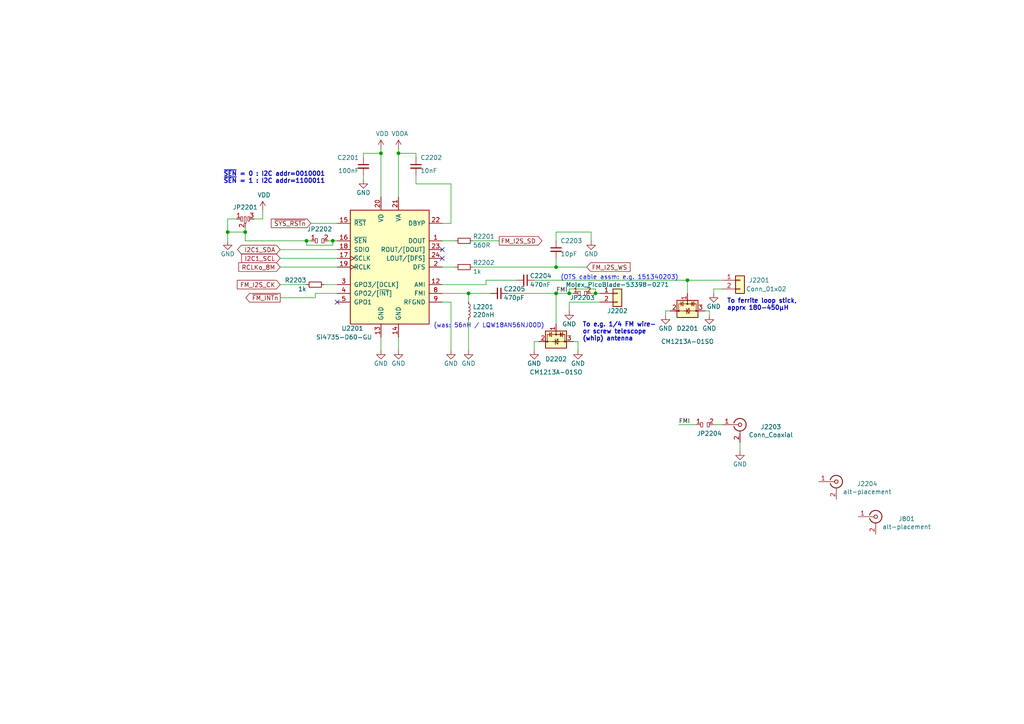
<source format=kicad_sch>
(kicad_sch (version 20231120) (generator "eeschema") (generator_version "8.0")
  (paper "A4")
  (title_block (title "FM radio receiver") (date "2020-11-04") (rev "R0.1") (company "SolderingStationGroup : Jonny Svärd / Mathias Johansson / Magnus Thulesius"))
  (lib_symbols
    (symbol "Connector:Conn_Coaxial" (pin_names (offset 1.016) hide)
      (property "Reference" "J" (at 0.254 3.048 0))
      (property "Value" "Conn_Coaxial" (at 2.921 0 90))
      (symbol "Conn_Coaxial_0_1"
        (arc (start -1.778 -0.508) (mid 0.222 -1.808) (end 1.778 0) (stroke (width 0.254)))
        (polyline (pts (xy -2.54 0) (xy -0.508 0)))
        (polyline (pts (xy 0 -2.54) (xy 0 -1.778)))
        (circle (center 0 0) (radius 0.508) (stroke (width 0.2032)))
        (arc (start 1.778 0) (mid 0.222 1.8083) (end -1.778 0.508) (stroke (width 0.254)))
      )
      (symbol "Conn_Coaxial_1_1"
        (pin passive line (at -5.08 0 0) (length 2.54) (name "In") (number "1"))
        (pin passive line (at 0 -5.08 90) (length 2.54) (name "Ext") (number "2"))
      )
    )
    (symbol "Connector_Generic:Conn_01x02" (pin_names (offset 1.016) hide)
      (property "Reference" "J" (at 0 2.54 0))
      (property "Value" "Conn_01x02" (at 0 -5.08 0))
      (symbol "Conn_01x02_1_1"
        (rectangle (start -1.27 -2.413) (end 0 -2.667) (stroke (width 0.1524)))
        (rectangle (start -1.27 0.127) (end 0 -0.127) (stroke (width 0.1524)))
        (rectangle (start -1.27 1.27) (end 1.27 -3.81) (stroke (width 0.254)) (fill (type background)))
        (pin passive line (at -5.08 0 0) (length 3.81) (name "Pin_1") (number "1"))
        (pin passive line (at -5.08 -2.54 0) (length 3.81) (name "Pin_2") (number "2"))
      )
    )
    (symbol "Device:C_Small" (pin_numbers hide) (pin_names (offset 0.254) hide)
      (property "Reference" "C" (at 0.254 1.778 0))
      (property "Value" "C_Small" (at 0.254 -2.032 0))
      (symbol "C_Small_0_1"
        (polyline (pts (xy -1.524 -0.508) (xy 1.524 -0.508)) (stroke (width 0.3302)))
        (polyline (pts (xy -1.524 0.508) (xy 1.524 0.508)) (stroke (width 0.3048)))
      )
      (symbol "C_Small_1_1"
        (pin passive line (at 0 2.54 270) (length 2.032) (name "~") (number "1"))
        (pin passive line (at 0 -2.54 90) (length 2.032) (name "~") (number "2"))
      )
    )
    (symbol "Device:L_Small" (pin_numbers hide) (pin_names (offset 0.254) hide)
      (property "Reference" "L" (at 0.762 1.016 0))
      (property "Value" "L_Small" (at 0.762 -1.016 0))
      (symbol "L_Small_0_1"
        (arc (start 0 -2.032) (mid 0.5058 -1.524) (end 0 -1.016))
        (arc (start 0 -1.016) (mid 0.5058 -0.508) (end 0 0))
        (arc (start 0 0) (mid 0.5058 0.508) (end 0 1.016))
        (arc (start 0 1.016) (mid 0.5058 1.524) (end 0 2.032))
      )
      (symbol "L_Small_1_1"
        (pin passive line (at 0 2.54 270) (length 0.508) (name "~") (number "1"))
        (pin passive line (at 0 -2.54 90) (length 0.508) (name "~") (number "2"))
      )
    )
    (symbol "Device:R_Small" (pin_numbers hide) (pin_names (offset 0.254) hide)
      (property "Reference" "R" (at 0.762 0.508 0))
      (property "Value" "R_Small" (at 0.762 -1.016 0))
      (symbol "R_Small_0_1"
        (rectangle (start -0.762 1.778) (end 0.762 -1.778) (stroke (width 0.2032)))
      )
      (symbol "R_Small_1_1"
        (pin passive line (at 0 2.54 270) (length 0.762) (name "~") (number "1"))
        (pin passive line (at 0 -2.54 90) (length 0.762) (name "~") (number "2"))
      )
    )
    (symbol "Power_Protection:CM1213A-01SO" (pin_names hide)
      (property "Reference" "D" (at 0 5.08 0))
      (property "Value" "CM1213A-01SO" (at 0 3.175 0))
      (symbol "CM1213A-01SO_0_1"
        (rectangle (start -3.048 -3.048) (end 3.048 1.905) (stroke (width 0.254)) (fill (type background)))
        (circle (center -2.54 0) (radius 0.2032) (fill (type outline)))
        (circle (center 0 -2.032) (radius 0.2032) (fill (type outline)))
        (polyline (pts (xy -2.54 -2.032) (xy -2.54 0)))
        (polyline (pts (xy -1.905 -2.667) (xy -1.905 -1.397)))
        (polyline (pts (xy -1.016 0) (xy -3.81 0)))
        (polyline (pts (xy -0.635 -2.032) (xy -2.54 -2.032)))
        (polyline (pts (xy -0.635 -2.032) (xy 0.635 -2.032)))
        (polyline (pts (xy -0.254 -0.762) (xy -0.254 0.762)))
        (polyline (pts (xy -0.254 0.762) (xy -0.254 0.762)))
        (polyline (pts (xy 0 -2.54) (xy 0 -2.032)))
        (polyline (pts (xy 0 0.762) (xy -0.254 0.762)))
        (polyline (pts (xy 0.889 0) (xy -1.016 0)))
        (polyline (pts (xy 0.889 0) (xy -1.016 0)))
        (polyline (pts (xy 0.889 0) (xy 2.54 0)))
        (polyline (pts (xy 1.27 -2.667) (xy 1.27 -1.397)))
        (polyline (pts (xy 1.27 -2.667) (xy 1.27 -1.397)))
        (polyline (pts (xy 2.54 -2.032) (xy 0.635 -2.032)))
        (polyline (pts (xy 2.54 -2.032) (xy 0.635 -2.032)))
        (polyline (pts (xy 2.54 -2.032) (xy 2.54 0)))
        (polyline (pts (xy -1.27 -2.667) (xy -1.27 -1.397) (xy -1.905 -2.032) (xy -1.27 -2.667)))
        (polyline (pts (xy 0.508 -0.762) (xy 0.508 0.762) (xy -0.254 0) (xy 0.508 -0.762)))
        (polyline (pts (xy 0.508 -0.762) (xy 0.508 0.762) (xy -0.254 0) (xy 0.508 -0.762)))
        (polyline (pts (xy 1.905 -2.667) (xy 1.905 -1.397) (xy 1.27 -2.032) (xy 1.905 -2.667)))
        (circle (center 2.54 0) (radius 0.2032) (fill (type outline)))
      )
      (symbol "CM1213A-01SO_1_1"
        (pin passive line (at 0 -5.08 90) (length 2.54) (name "CH1") (number "1"))
        (pin passive line (at -5.08 0 0) (length 2.54) (name "VP") (number "2"))
        (pin passive line (at 5.08 0 180) (length 2.54) (name "VN") (number "3"))
      )
    )
    (symbol "RF_AM_FM:Si4735-D60-GU" (pin_names (offset 1.016))
      (property "Reference" "U" (at -5.08 19.685 0))
      (property "Value" "Si4735-D60-GU" (at -5.08 17.78 0))
      (symbol "Si4735-D60-GU_0_1"
        (rectangle (start 11.43 16.51) (end -11.43 -16.51) (stroke (width 0.254)) (fill (type background)))
      )
      (symbol "Si4735-D60-GU_1_1"
        (pin output line (at 15.24 7.62 180) (length 3.81) (name "DOUT") (number "1"))
        (pin no_connect line (at -5.08 -20.32 90) (length 3.81) hide (name "NC") (number "10"))
        (pin no_connect line (at 5.08 -20.32 90) (length 3.81) hide (name "NC") (number "11"))
        (pin input line (at 15.24 -5.08 180) (length 3.81) (name "AMI") (number "12"))
        (pin power_in line (at -2.54 -20.32 90) (length 3.81) (name "GND") (number "13"))
        (pin power_in line (at 2.54 -20.32 90) (length 3.81) (name "GND") (number "14"))
        (pin input line (at -15.24 12.7 0) (length 3.81) (name "~{RST}") (number "15"))
        (pin input line (at -15.24 7.62 0) (length 3.81) (name "~{SEN}") (number "16"))
        (pin input clock (at -15.24 2.54 0) (length 3.81) (name "SCLK") (number "17"))
        (pin bidirectional line (at -15.24 5.08 0) (length 3.81) (name "SDIO") (number "18"))
        (pin input clock (at -15.24 0 0) (length 3.81) (name "RCLK") (number "19"))
        (pin input line (at 15.24 0 180) (length 3.81) (name "DFS") (number "2"))
        (pin power_in line (at -2.54 20.32 270) (length 3.81) (name "VD") (number "20"))
        (pin power_in line (at 2.54 20.32 270) (length 3.81) (name "VA") (number "21"))
        (pin passive line (at 15.24 12.7 180) (length 3.81) (name "DBYP") (number "22"))
        (pin output line (at 15.24 5.08 180) (length 3.81) (name "ROUT/[DOUT]") (number "23"))
        (pin bidirectional line (at 15.24 2.54 180) (length 3.81) (name "LOUT/[DFS]") (number "24"))
        (pin bidirectional line (at -15.24 -5.08 0) (length 3.81) (name "GPO3/[DCLK]") (number "3"))
        (pin output line (at -15.24 -7.62 0) (length 3.81) (name "GPO2/[~{INT}]") (number "4"))
        (pin output line (at -15.24 -10.16 0) (length 3.81) (name "GPO1") (number "5"))
        (pin no_connect line (at -15.24 -12.7 0) (length 3.81) hide (name "NC") (number "6"))
        (pin no_connect line (at 15.24 -12.7 180) (length 3.81) hide (name "NC") (number "7"))
        (pin input line (at 15.24 -7.62 180) (length 3.81) (name "FMI") (number "8"))
        (pin power_in line (at 15.24 -10.16 180) (length 3.81) (name "RFGND") (number "9"))
      )
    )
    (symbol "customlib_mj:dogbone_2_ud" (pin_names (offset 1.016))
      (property "Reference" "JP" (at 0 -1.905 0))
      (symbol "dogbone_2_ud_0_1"
        (rectangle (start -1.27 0.635) (end -0.635 -0.635))
        (rectangle (start 1.27 0.635) (end 0.635 -0.635))
      )
      (symbol "dogbone_2_ud_1_1"
        (pin passive line (at -2.54 0 0) (length 1.27) (name "~") (number "1"))
        (pin passive line (at 2.54 0 180) (length 1.27) (name "~") (number "2"))
      )
    )
    (symbol "customlib_mj:dogbone_3_ud" (pin_names (offset 1.016))
      (property "Reference" "JP" (at 0 1.905 0))
      (symbol "dogbone_3_ud_0_1"
        (rectangle (start -1.27 0.635) (end -0.762 -0.635))
        (rectangle (start -0.254 0.635) (end 0.254 -1.27))
        (rectangle (start 1.27 0.635) (end 0.762 -0.635))
      )
      (symbol "dogbone_3_ud_1_1"
        (pin passive line (at -2.54 0 0) (length 1.27) (name "~") (number "1"))
        (pin passive line (at 0 -2.54 90) (length 1.27) (name "~") (number "2"))
        (pin passive line (at 2.54 0 180) (length 1.27) (name "~") (number "3"))
      )
    )
    (symbol "power:GND" (power) (pin_names (offset 0))
      (property "Value" "GND" (at 0 -3.81 0))
      (symbol "GND_0_1"
        (polyline (pts (xy 0 0) (xy 0 -1.27) (xy 1.27 -1.27) (xy 0 -2.54) (xy -1.27 -1.27) (xy 0 -1.27)))
      )
      (symbol "GND_1_1"
        (pin power_in line (at 0 0 270) (length 0) hide (name "GND") (number "1"))
      )
    )
    (symbol "power:VDD" (power) (pin_names (offset 0))
      (property "Value" "VDD" (at 0 3.81 0))
      (symbol "VDD_0_1"
        (polyline (pts (xy -0.762 1.27) (xy 0 2.54)))
        (polyline (pts (xy 0 0) (xy 0 2.54)))
        (polyline (pts (xy 0 2.54) (xy 0.762 1.27)))
      )
      (symbol "VDD_1_1"
        (pin power_in line (at 0 0 90) (length 0) hide (name "VDD") (number "1"))
      )
    )
    (symbol "power:VDDA" (power) (pin_names (offset 0))
      (property "Value" "VDDA" (at 0 3.81 0))
      (symbol "VDDA_0_1"
        (polyline (pts (xy -0.762 1.27) (xy 0 2.54)))
        (polyline (pts (xy 0 0) (xy 0 2.54)))
        (polyline (pts (xy 0 2.54) (xy 0.762 1.27)))
      )
      (symbol "VDDA_1_1"
        (pin power_in line (at 0 0 90) (length 0) hide (name "VDDA") (number "1"))
      )
    )
  )
  (junction (at 66.04 67.31))
  (junction (at 71.12 67.31))
  (junction (at 135.89 85.09))
  (junction (at 161.29 77.47))
  (junction (at 161.29 85.09))
  (junction (at 172.72 85.09))
  (junction (at 199.39 81.28))
  (junction (at 96.52 69.85))
  (junction (at 88.9 69.85))
  (junction (at 115.57 44.45))
  (junction (at 165.1 85.09))
  (junction (at 110.49 44.45))
  (no_connect (at 97.79 87.63))
  (no_connect (at 128.27 74.93))
  (no_connect (at 128.27 72.39))
  (wire (pts (xy 71.12 67.31) (xy 71.12 66.04)))
  (wire (pts (xy 96.52 71.12) (xy 96.52 69.85)))
  (wire (pts (xy 120.65 44.45) (xy 120.65 45.72)))
  (wire (pts (xy 128.27 69.85) (xy 132.08 69.85)))
  (wire (pts (xy 205.74 90.17) (xy 204.47 90.17)))
  (wire (pts (xy 161.29 69.85) (xy 161.29 67.31)))
  (wire (pts (xy 88.9 69.85) (xy 88.9 71.12)))
  (wire (pts (xy 154.94 101.6) (xy 154.94 99.06)))
  (wire (pts (xy 110.49 101.6) (xy 110.49 97.79)))
  (wire (pts (xy 201.93 123.19) (xy 196.85 123.19)))
  (wire (pts (xy 214.63 130.81) (xy 214.63 128.27)))
  (wire (pts (xy 172.72 85.09) (xy 173.99 85.09)))
  (wire (pts (xy 128.27 85.09) (xy 135.89 85.09)))
  (wire (pts (xy 161.29 85.09) (xy 147.32 85.09)))
  (wire (pts (xy 97.79 85.09) (xy 91.44 85.09)))
  (wire (pts (xy 165.1 83.82) (xy 172.72 83.82)))
  (wire (pts (xy 91.44 85.09) (xy 91.44 86.36)))
  (wire (pts (xy 90.17 64.77) (xy 97.79 64.77)))
  (wire (pts (xy 130.81 64.77) (xy 128.27 64.77)))
  (wire (pts (xy 115.57 43.18) (xy 115.57 44.45)))
  (wire (pts (xy 91.44 86.36) (xy 81.28 86.36)))
  (wire (pts (xy 165.1 87.63) (xy 165.1 90.17)))
  (wire (pts (xy 110.49 43.18) (xy 110.49 44.45)))
  (wire (pts (xy 137.16 69.85) (xy 144.78 69.85)))
  (wire (pts (xy 130.81 87.63) (xy 128.27 87.63)))
  (wire (pts (xy 154.94 99.06) (xy 156.21 99.06)))
  (wire (pts (xy 167.64 99.06) (xy 166.37 99.06)))
  (wire (pts (xy 81.28 74.93) (xy 97.79 74.93)))
  (wire (pts (xy 130.81 101.6) (xy 130.81 87.63)))
  (wire (pts (xy 105.41 52.07) (xy 105.41 50.8)))
  (wire (pts (xy 161.29 77.47) (xy 170.18 77.47)))
  (wire (pts (xy 76.2 63.5) (xy 76.2 60.96)))
  (wire (pts (xy 173.99 87.63) (xy 165.1 87.63)))
  (wire (pts (xy 88.9 69.85) (xy 71.12 69.85)))
  (wire (pts (xy 135.89 85.09) (xy 142.24 85.09)))
  (wire (pts (xy 97.79 69.85) (xy 96.52 69.85)))
  (wire (pts (xy 90.17 69.85) (xy 88.9 69.85)))
  (wire (pts (xy 115.57 44.45) (xy 115.57 57.15)))
  (wire (pts (xy 161.29 67.31) (xy 171.45 67.31)))
  (wire (pts (xy 81.28 72.39) (xy 97.79 72.39)))
  (wire (pts (xy 88.9 71.12) (xy 96.52 71.12)))
  (wire (pts (xy 193.04 90.17) (xy 194.31 90.17)))
  (wire (pts (xy 66.04 67.31) (xy 71.12 67.31)))
  (wire (pts (xy 105.41 45.72) (xy 105.41 44.45)))
  (wire (pts (xy 73.66 63.5) (xy 76.2 63.5)))
  (wire (pts (xy 207.01 83.82) (xy 209.55 83.82)))
  (wire (pts (xy 171.45 85.09) (xy 172.72 85.09)))
  (wire (pts (xy 199.39 81.28) (xy 209.55 81.28)))
  (wire (pts (xy 115.57 101.6) (xy 115.57 97.79)))
  (wire (pts (xy 193.04 91.44) (xy 193.04 90.17)))
  (wire (pts (xy 207.01 85.09) (xy 207.01 83.82)))
  (wire (pts (xy 81.28 77.47) (xy 97.79 77.47)))
  (wire (pts (xy 154.94 81.28) (xy 199.39 81.28)))
  (wire (pts (xy 140.97 81.28) (xy 140.97 82.55)))
  (wire (pts (xy 135.89 101.6) (xy 135.89 92.71)))
  (wire (pts (xy 161.29 74.93) (xy 161.29 77.47)))
  (wire (pts (xy 165.1 85.09) (xy 165.1 83.82)))
  (wire (pts (xy 137.16 77.47) (xy 161.29 77.47)))
  (wire (pts (xy 71.12 69.85) (xy 71.12 67.31)))
  (wire (pts (xy 93.98 82.55) (xy 97.79 82.55)))
  (wire (pts (xy 161.29 93.98) (xy 161.29 85.09)))
  (wire (pts (xy 171.45 67.31) (xy 171.45 69.85)))
  (wire (pts (xy 199.39 85.09) (xy 199.39 81.28)))
  (wire (pts (xy 120.65 50.8) (xy 120.65 53.34)))
  (wire (pts (xy 165.1 85.09) (xy 166.37 85.09)))
  (wire (pts (xy 110.49 44.45) (xy 110.49 57.15)))
  (wire (pts (xy 167.64 101.6) (xy 167.64 99.06)))
  (wire (pts (xy 172.72 83.82) (xy 172.72 85.09)))
  (wire (pts (xy 88.9 82.55) (xy 81.28 82.55)))
  (wire (pts (xy 161.29 85.09) (xy 165.1 85.09)))
  (wire (pts (xy 140.97 82.55) (xy 128.27 82.55)))
  (wire (pts (xy 66.04 69.85) (xy 66.04 67.31)))
  (wire (pts (xy 130.81 53.34) (xy 130.81 64.77)))
  (wire (pts (xy 140.97 81.28) (xy 149.86 81.28)))
  (wire (pts (xy 209.55 123.19) (xy 207.01 123.19)))
  (wire (pts (xy 96.52 69.85) (xy 95.25 69.85)))
  (wire (pts (xy 128.27 77.47) (xy 132.08 77.47)))
  (wire (pts (xy 120.65 53.34) (xy 130.81 53.34)))
  (wire (pts (xy 66.04 67.31) (xy 66.04 63.5)))
  (wire (pts (xy 105.41 44.45) (xy 110.49 44.45)))
  (wire (pts (xy 115.57 44.45) (xy 120.65 44.45)))
  (wire (pts (xy 205.74 91.44) (xy 205.74 90.17)))
  (wire (pts (xy 66.04 63.5) (xy 68.58 63.5)))
  (wire (pts (xy 135.89 87.63) (xy 135.89 85.09)))
  (text "To ferrite loop stick,\napprx 180-450µH" (at 210.82 90.17 0) (effects (font (size 1.27 1.27) (thickness 0.254) (bold yes)) (justify left bottom)))
  (text "(was: 56nH / LQW18AN56NJ00D)" (at 125.73 95.25 0) (effects (font (size 1.27 1.27)) (justify left bottom)))
  (text "~{SEN} = 0 : I2C addr=0010001\n~{SEN} = 1 : I2C addr=1100011" (at 64.77 53.34 0) (effects (font (size 1.27 1.27) (thickness 0.254) (bold yes)) (justify left bottom)))
  (text "(OTS cable assm: e.g. 151340203)" (at 162.56 81.28 0) (effects (font (size 1.27 1.27)) (justify left bottom)))
  (text "To e.g. 1/4 FM wire-\nor screw telescope\n(whip) antenna" (at 168.91 99.06 0) (effects (font (size 1.27 1.27) (thickness 0.254) (bold yes)) (justify left bottom)))
  (label "FMI" (at 161.29 85.09 0))
  (label "FMI" (at 196.85 123.19 0))
  (global_label "FM_I2S_SD" (shape output) (at 144.78 69.85 0) (property "Intersheetrefs" "${INTERSHEET_REFS}" (effects (hide yes))))
  (global_label "~{FM_INTn}" (shape output) (at 81.28 86.36 180) (property "Intersheetrefs" "${INTERSHEET_REFS}" (effects (hide yes))))
  (global_label "I2C1_SCL" (shape input) (at 81.28 74.93 180) (property "Intersheetrefs" "${INTERSHEET_REFS}" (effects (hide yes))))
  (global_label "I2C1_SDA" (shape bidirectional) (at 81.28 72.39 180) (property "Intersheetrefs" "${INTERSHEET_REFS}" (effects (hide yes))))
  (global_label "FM_I2S_WS" (shape input) (at 170.18 77.47 0) (property "Intersheetrefs" "${INTERSHEET_REFS}" (effects (hide yes))))
  (global_label "RCLKo_8M" (shape input) (at 81.28 77.47 180) (property "Intersheetrefs" "${INTERSHEET_REFS}" (effects (hide yes))))
  (global_label "FM_I2S_CK" (shape input) (at 81.28 82.55 180) (property "Intersheetrefs" "${INTERSHEET_REFS}" (effects (hide yes))))
  (global_label "~{SYS_RSTn}" (shape input) (at 90.17 64.77 180) (property "Intersheetrefs" "${INTERSHEET_REFS}" (effects (hide yes))))
  (symbol (lib_id "Connector:Conn_Coaxial") (at 242.57 139.7 0) (unit 1)
    (property "Reference" "J2204" (at 251.5362 140.335 0))
    (property "Value" "alt-placement" (at 251.5362 142.6464 0))
    (property "Footprint" "customlib_mj_fp:SMA_Molex_73251-2200_Horizontal" (effects (hide yes)))
    (property "Datasheet" " ~" (effects (hide yes)))
  )
  (symbol (lib_id "RF_AM_FM:Si4735-D60-GU") (at 113.03 77.47 0) (unit 1)
    (property "Reference" "U2201" (at 105.41 95.25 0) (effects (justify right)))
    (property "Value" "Si4735-D60-GU" (at 107.95 97.79 0) (effects (justify right)))
    (property "Footprint" "Package_SO:SSOP-24_3.9x8.7mm_P0.635mm" (effects (hide yes)))
    (property "Datasheet" "http://www.silabs.com/Support%20Documents/TechnicalDocs/Si4730-31-34-35-D60.pdf" (effects (hide yes)))
  )
  (symbol (lib_id "power:VDDA") (at 115.57 43.18 0) (unit 1)
    (property "Reference" "#PWR02202" (effects (hide yes)))
    (property "Value" "VDDA" (at 115.951 38.7858 0))
  )
  (symbol (lib_id "power:VDD") (at 76.2 60.96 0) (unit 1)
    (property "Reference" "#PWR02204" (effects (hide yes)))
    (property "Value" "VDD" (at 76.581 56.5658 0))
  )
  (symbol (lib_id "Device:C_Small") (at 120.65 48.26 0) (unit 1)
    (property "Reference" "C2202" (at 121.92 45.72 0) (effects (justify left)))
    (property "Value" "10nF" (at 121.92 49.53 0) (effects (justify left)))
    (property "Footprint" "Capacitor_SMD:C_0402_1005Metric" (effects (hide yes)))
    (property "JLC_part" "Basic" (effects (hide yes)))
    (property "LCSC" "C15195" (effects (hide yes)))
  )
  (symbol (lib_id "Device:C_Small") (at 105.41 48.26 0) (mirror y) (unit 1)
    (property "Reference" "C2201" (at 104.14 45.72 0) (effects (justify left)))
    (property "Value" "100nF" (at 104.14 49.53 0) (effects (justify left)))
    (property "Footprint" "Capacitor_SMD:C_0402_1005Metric" (effects (hide yes)))
    (property "JLC_part" "Basic" (effects (hide yes)))
    (property "LCSC" "C1525" (effects (hide yes)))
  )
  (symbol (lib_id "power:GND") (at 105.41 52.07 0) (unit 1)
    (property "Reference" "#PWR02203" (effects (hide yes)))
    (property "Value" "GND" (at 105.41 55.88 0))
  )
  (symbol (lib_id "power:GND") (at 66.04 69.85 0) (unit 1)
    (property "Reference" "#PWR02205" (effects (hide yes)))
    (property "Value" "GND" (at 66.04 73.66 0))
  )
  (symbol (lib_id "power:GND") (at 115.57 101.6 0) (unit 1)
    (property "Reference" "#PWR02212" (effects (hide yes)))
    (property "Value" "GND" (at 115.57 105.41 0))
  )
  (symbol (lib_id "power:GND") (at 110.49 101.6 0) (unit 1)
    (property "Reference" "#PWR02211" (effects (hide yes)))
    (property "Value" "GND" (at 110.49 105.41 0))
  )
  (symbol (lib_id "Device:R_Small") (at 134.62 69.85 270) (unit 1)
    (property "Reference" "R2201" (at 137.16 68.58 90) (effects (justify left)))
    (property "Value" "560R" (at 137.16 71.12 90) (effects (justify left)))
    (property "Footprint" "Resistor_SMD:R_0603_1608Metric" (effects (hide yes)))
    (property "JLC_part" "Basic" (effects (hide yes)))
    (property "LCSC" "C23204" (effects (hide yes)))
  )
  (symbol (lib_id "Device:R_Small") (at 134.62 77.47 270) (unit 1)
    (property "Reference" "R2202" (at 137.16 76.2 90) (effects (justify left)))
    (property "Value" "1k" (at 137.16 78.74 90) (effects (justify left)))
    (property "Footprint" "Resistor_SMD:R_0402_1005Metric" (effects (hide yes)))
    (property "JLC_part" "Basic" (effects (hide yes)))
    (property "LCSC" "C11702" (effects (hide yes)))
  )
  (symbol (lib_id "Device:R_Small") (at 91.44 82.55 90) (mirror x) (unit 1)
    (property "Reference" "R2203" (at 88.9 81.28 90) (effects (justify left)))
    (property "Value" "1k" (at 88.9 83.82 90) (effects (justify left)))
    (property "Footprint" "Resistor_SMD:R_0402_1005Metric" (effects (hide yes)))
    (property "JLC_part" "Basic" (effects (hide yes)))
    (property "LCSC" "C11702" (effects (hide yes)))
  )
  (symbol (lib_id "power:GND") (at 130.81 101.6 0) (unit 1)
    (property "Reference" "#PWR02213" (effects (hide yes)))
    (property "Value" "GND" (at 130.81 105.41 0))
  )
  (symbol (lib_id "Device:C_Small") (at 161.29 72.39 0) (unit 1)
    (property "Reference" "C2203" (at 162.56 69.85 0) (effects (justify left)))
    (property "Value" "10pF" (at 162.56 73.66 0) (effects (justify left)))
    (property "Footprint" "Capacitor_SMD:C_0402_1005Metric" (effects (hide yes)))
    (property "JLC_part" "Basic" (effects (hide yes)))
    (property "LCSC" "C32949" (effects (hide yes)))
  )
  (symbol (lib_id "power:GND") (at 171.45 69.85 0) (unit 1)
    (property "Reference" "#PWR02206" (effects (hide yes)))
    (property "Value" "GND" (at 171.45 73.66 0))
  )
  (symbol (lib_id "power:VDD") (at 110.49 43.18 0) (unit 1)
    (property "Reference" "#PWR02201" (effects (hide yes)))
    (property "Value" "VDD" (at 110.871 38.7858 0))
  )
  (symbol (lib_id "Device:C_Small") (at 144.78 85.09 270) (unit 1)
    (property "Reference" "C2205" (at 146.05 83.82 90) (effects (justify left)))
    (property "Value" "470pF" (at 146.05 86.36 90) (effects (justify left)))
    (property "Footprint" "Capacitor_SMD:C_0402_1005Metric" (effects (hide yes)))
    (property "JLC_part" "Basic" (effects (hide yes)))
    (property "LCSC" "C1537" (effects (hide yes)))
  )
  (symbol (lib_id "Connector_Generic:Conn_01x02") (at 214.63 81.28 0) (unit 1)
    (property "Reference" "J2201" (at 217.17 81.28 0) (effects (justify left)))
    (property "Value" "Conn_01x02" (at 222.25 83.82 0))
    (property "Footprint" "Connector_PinHeader_2.54mm:PinHeader_1x02_P2.54mm_Vertical" (effects (hide yes)))
  )
  (symbol (lib_id "Device:C_Small") (at 152.4 81.28 270) (unit 1)
    (property "Reference" "C2204" (at 153.67 80.01 90) (effects (justify left)))
    (property "Value" "470nF" (at 153.67 82.55 90) (effects (justify left)))
    (property "Footprint" "Capacitor_SMD:C_0402_1005Metric" (effects (hide yes)))
    (property "JLC_part" "Basic" (effects (hide yes)))
    (property "LCSC" "C47339" (effects (hide yes)))
  )
  (symbol (lib_id "Device:L_Small") (at 135.89 90.17 0) (unit 1)
    (property "Reference" "L2201" (at 137.1092 89.0016 0) (effects (justify left)))
    (property "Value" "220nH" (at 137.1092 91.313 0) (effects (justify left)))
    (property "Footprint" "Inductor_SMD:L_0603_1608Metric" (effects (hide yes)))
    (property "Datasheet" "https://www.mouser.se/datasheet/2/281/JELF243A-0024-1380895.pdf" (effects (hide yes)))
    (property "JLC_part" "Extended" (effects (hide yes)))
    (property "LCSC" "C22476" (effects (hide yes)))
  )
  (symbol (lib_id "Power_Protection:CM1213A-01SO") (at 161.29 99.06 0) (mirror x) (unit 1)
    (property "Reference" "D2202" (at 161.29 104.14 0))
    (property "Value" "CM1213A-01SO" (at 161.29 107.95 0))
    (property "Footprint" "Package_TO_SOT_SMD:SOT-23" (effects (hide yes)))
    (property "Datasheet" "http://www.onsemi.com/pub_link/Collateral/CM1213A-D.PDF" (effects (hide yes)))
  )
  (symbol (lib_id "power:GND") (at 135.89 101.6 0) (unit 1)
    (property "Reference" "#PWR02214" (effects (hide yes)))
    (property "Value" "GND" (at 135.89 105.41 0))
  )
  (symbol (lib_id "power:GND") (at 154.94 101.6 0) (unit 1)
    (property "Reference" "#PWR02215" (effects (hide yes)))
    (property "Value" "GND" (at 154.94 105.41 0))
  )
  (symbol (lib_id "power:GND") (at 167.64 101.6 0) (unit 1)
    (property "Reference" "#PWR02216" (effects (hide yes)))
    (property "Value" "GND" (at 167.64 105.41 0))
  )
  (symbol (lib_id "Power_Protection:CM1213A-01SO") (at 199.39 90.17 0) (mirror x) (unit 1)
    (property "Reference" "D2201" (at 199.39 95.25 0))
    (property "Value" "CM1213A-01SO" (at 199.39 99.06 0))
    (property "Footprint" "Package_TO_SOT_SMD:SOT-23" (effects (hide yes)))
    (property "Datasheet" "http://www.onsemi.com/pub_link/Collateral/CM1213A-D.PDF" (effects (hide yes)))
  )
  (symbol (lib_id "power:GND") (at 193.04 91.44 0) (unit 1)
    (property "Reference" "#PWR02209" (effects (hide yes)))
    (property "Value" "GND" (at 193.04 95.25 0))
  )
  (symbol (lib_id "power:GND") (at 205.74 91.44 0) (unit 1)
    (property "Reference" "#PWR02210" (effects (hide yes)))
    (property "Value" "GND" (at 205.74 95.25 0))
  )
  (symbol (lib_id "power:GND") (at 207.01 85.09 0) (unit 1)
    (property "Reference" "#PWR02207" (effects (hide yes)))
    (property "Value" "GND" (at 207.01 88.9 0))
  )
  (symbol (lib_id "Connector_Generic:Conn_01x02") (at 179.07 85.09 0) (unit 1)
    (property "Reference" "J2202" (at 179.07 90.17 0))
    (property "Value" "Molex_PicoBlade-53398-0271" (at 179.07 82.55 0))
    (property "Footprint" "Connector_Molex:Molex_PicoBlade_53398-0271_1x02-1MP_P1.25mm_Vertical" (effects (hide yes)))
    (property "Datasheet" "https://www.molex.com/molex/products/part-detail/pcb_headers/0533980271" (effects (hide yes)))
  )
  (symbol (lib_id "power:GND") (at 165.1 90.17 0) (unit 1)
    (property "Reference" "#PWR02208" (effects (hide yes)))
    (property "Value" "GND" (at 165.1 93.98 0))
  )
  (symbol (lib_id "customlib_mj:dogbone_3_ud") (at 71.12 63.5 0) (unit 1)
    (property "Reference" "JP2201" (at 71.12 60.1218 0))
    (property "Value" "dogbone_3_ud" (effects (hide yes)))
    (property "Footprint" "customlib_mj_fp:db3_ud_0402" (effects (hide yes)))
  )
  (symbol (lib_id "customlib_mj:dogbone_2_ud") (at 92.71 69.85 0) (unit 1)
    (property "Reference" "JP2202" (at 92.71 66.4464 0))
    (property "Value" "dogbone_2_ud" (effects (hide yes)))
    (property "Footprint" "customlib_mj_fp:db2_ud_0402" (effects (hide yes)))
  )
  (symbol (lib_id "customlib_mj:dogbone_2_ud") (at 168.91 85.09 0) (unit 1)
    (property "Reference" "JP2203" (at 168.91 86.36 0))
    (property "Value" "dogbone_2_ud" (effects (hide yes)))
    (property "Footprint" "customlib_mj_fp:db2_ud_0402" (effects (hide yes)))
  )
  (symbol (lib_id "Connector:Conn_Coaxial") (at 214.63 123.19 0) (unit 1)
    (property "Reference" "J2203" (at 223.5962 123.825 0))
    (property "Value" "Conn_Coaxial" (at 223.5962 126.1364 0))
    (property "Footprint" "customlib_mj_fp:SMA_Molex_73251-2200_Horizontal" (effects (hide yes)))
    (property "Datasheet" " ~" (effects (hide yes)))
  )
  (symbol (lib_id "power:GND") (at 214.63 130.81 0) (unit 1)
    (property "Reference" "#PWR02217" (effects (hide yes)))
    (property "Value" "GND" (at 214.63 134.62 0))
  )
  (symbol (lib_id "customlib_mj:dogbone_2_ud") (at 204.47 123.19 0) (unit 1)
    (property "Reference" "JP2204" (at 205.74 125.73 0))
    (property "Value" "dogbone_2_ud" (effects (hide yes)))
    (property "Footprint" "customlib_mj_fp:db2_ud_0402" (effects (hide yes)))
  )
  (symbol (lib_id "Connector:Conn_Coaxial") (at 254 149.86 0) (unit 1)
    (property "Reference" "J801" (at 262.9662 150.495 0))
    (property "Value" "alt-placement" (at 262.9662 152.8064 0))
    (property "Footprint" "customlib_mj_fp:SMA_Molex_73251-2200_Horizontal" (effects (hide yes)))
    (property "Datasheet" " ~" (effects (hide yes)))
  )
)
</source>
